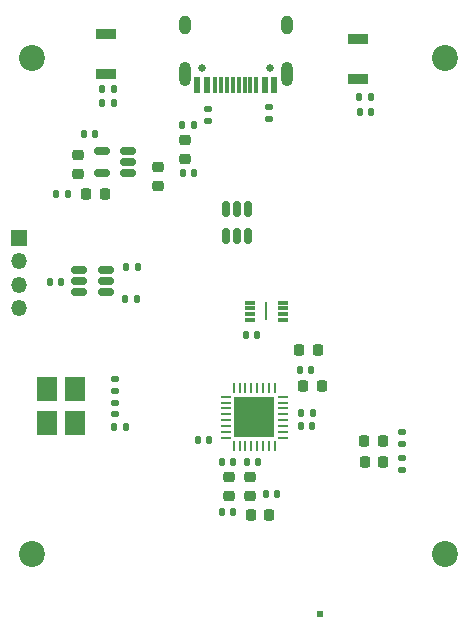
<source format=gbr>
%TF.GenerationSoftware,KiCad,Pcbnew,(6.0.7-1)-1*%
%TF.CreationDate,2023-05-14T20:29:57-05:00*%
%TF.ProjectId,ESP32-C3,45535033-322d-4433-932e-6b696361645f,1.0*%
%TF.SameCoordinates,Original*%
%TF.FileFunction,Soldermask,Top*%
%TF.FilePolarity,Negative*%
%FSLAX46Y46*%
G04 Gerber Fmt 4.6, Leading zero omitted, Abs format (unit mm)*
G04 Created by KiCad (PCBNEW (6.0.7-1)-1) date 2023-05-14 20:29:57*
%MOMM*%
%LPD*%
G01*
G04 APERTURE LIST*
G04 Aperture macros list*
%AMRoundRect*
0 Rectangle with rounded corners*
0 $1 Rounding radius*
0 $2 $3 $4 $5 $6 $7 $8 $9 X,Y pos of 4 corners*
0 Add a 4 corners polygon primitive as box body*
4,1,4,$2,$3,$4,$5,$6,$7,$8,$9,$2,$3,0*
0 Add four circle primitives for the rounded corners*
1,1,$1+$1,$2,$3*
1,1,$1+$1,$4,$5*
1,1,$1+$1,$6,$7*
1,1,$1+$1,$8,$9*
0 Add four rect primitives between the rounded corners*
20,1,$1+$1,$2,$3,$4,$5,0*
20,1,$1+$1,$4,$5,$6,$7,0*
20,1,$1+$1,$6,$7,$8,$9,0*
20,1,$1+$1,$8,$9,$2,$3,0*%
G04 Aperture macros list end*
%ADD10R,0.630000X0.500000*%
%ADD11C,2.200000*%
%ADD12RoundRect,0.140000X0.140000X0.170000X-0.140000X0.170000X-0.140000X-0.170000X0.140000X-0.170000X0*%
%ADD13RoundRect,0.135000X0.135000X0.185000X-0.135000X0.185000X-0.135000X-0.185000X0.135000X-0.185000X0*%
%ADD14RoundRect,0.135000X-0.135000X-0.185000X0.135000X-0.185000X0.135000X0.185000X-0.135000X0.185000X0*%
%ADD15RoundRect,0.225000X0.225000X0.250000X-0.225000X0.250000X-0.225000X-0.250000X0.225000X-0.250000X0*%
%ADD16RoundRect,0.135000X0.185000X-0.135000X0.185000X0.135000X-0.185000X0.135000X-0.185000X-0.135000X0*%
%ADD17RoundRect,0.140000X-0.140000X-0.170000X0.140000X-0.170000X0.140000X0.170000X-0.140000X0.170000X0*%
%ADD18RoundRect,0.225000X0.250000X-0.225000X0.250000X0.225000X-0.250000X0.225000X-0.250000X-0.225000X0*%
%ADD19R,0.900000X0.300000*%
%ADD20R,0.250000X1.650000*%
%ADD21RoundRect,0.150000X0.512500X0.150000X-0.512500X0.150000X-0.512500X-0.150000X0.512500X-0.150000X0*%
%ADD22RoundRect,0.218750X0.256250X-0.218750X0.256250X0.218750X-0.256250X0.218750X-0.256250X-0.218750X0*%
%ADD23RoundRect,0.218750X0.218750X0.256250X-0.218750X0.256250X-0.218750X-0.256250X0.218750X-0.256250X0*%
%ADD24R,1.350000X1.350000*%
%ADD25O,1.350000X1.350000*%
%ADD26RoundRect,0.135000X-0.185000X0.135000X-0.185000X-0.135000X0.185000X-0.135000X0.185000X0.135000X0*%
%ADD27C,0.650000*%
%ADD28R,0.600000X1.450000*%
%ADD29R,0.300000X1.450000*%
%ADD30O,1.000000X2.100000*%
%ADD31O,1.000000X1.600000*%
%ADD32R,1.700000X0.900000*%
%ADD33RoundRect,0.218750X-0.256250X0.218750X-0.256250X-0.218750X0.256250X-0.218750X0.256250X0.218750X0*%
%ADD34RoundRect,0.062500X0.062500X-0.375000X0.062500X0.375000X-0.062500X0.375000X-0.062500X-0.375000X0*%
%ADD35RoundRect,0.062500X0.375000X-0.062500X0.375000X0.062500X-0.375000X0.062500X-0.375000X-0.062500X0*%
%ADD36R,3.450000X3.450000*%
%ADD37RoundRect,0.218750X-0.218750X-0.256250X0.218750X-0.256250X0.218750X0.256250X-0.218750X0.256250X0*%
%ADD38RoundRect,0.140000X0.170000X-0.140000X0.170000X0.140000X-0.170000X0.140000X-0.170000X-0.140000X0*%
%ADD39RoundRect,0.140000X-0.170000X0.140000X-0.170000X-0.140000X0.170000X-0.140000X0.170000X0.140000X0*%
%ADD40R,1.800000X2.100000*%
%ADD41RoundRect,0.225000X-0.225000X-0.250000X0.225000X-0.250000X0.225000X0.250000X-0.225000X0.250000X0*%
%ADD42RoundRect,0.225000X-0.250000X0.225000X-0.250000X-0.225000X0.250000X-0.225000X0.250000X0.225000X0*%
%ADD43RoundRect,0.150000X0.150000X-0.512500X0.150000X0.512500X-0.150000X0.512500X-0.150000X-0.512500X0*%
G04 APERTURE END LIST*
D10*
%TO.C,ANT1*%
X155789735Y-113481922D03*
%TD*%
D11*
%TO.C,H4*%
X166367600Y-108392800D03*
%TD*%
D12*
%TO.C,C7*%
X138286400Y-70233200D03*
X137326400Y-70233200D03*
%TD*%
D13*
%TO.C,R5*%
X140377600Y-84142800D03*
X139357600Y-84142800D03*
%TD*%
D14*
%TO.C,R3*%
X137296400Y-69064800D03*
X138316400Y-69064800D03*
%TD*%
D15*
%TO.C,C14*%
X155548600Y-91162800D03*
X153998600Y-91162800D03*
%TD*%
D16*
%TO.C,R7*%
X162698400Y-99087600D03*
X162698400Y-98067600D03*
%TD*%
D11*
%TO.C,H1*%
X166367600Y-66392800D03*
%TD*%
D17*
%TO.C,C9*%
X149587600Y-100592800D03*
X150547600Y-100592800D03*
%TD*%
D18*
%TO.C,C15*%
X135235600Y-76189800D03*
X135235600Y-74639800D03*
%TD*%
D16*
%TO.C,R10*%
X146239200Y-71759200D03*
X146239200Y-70739200D03*
%TD*%
D19*
%TO.C,IC1*%
X152617600Y-88610800D03*
X152617600Y-88110800D03*
X152617600Y-87610800D03*
X152617600Y-87110800D03*
X149817600Y-87110800D03*
X149817600Y-87610800D03*
X149817600Y-88110800D03*
X149817600Y-88610800D03*
D20*
X151217600Y-87860800D03*
%TD*%
D13*
%TO.C,R1*%
X155160873Y-96428091D03*
X154140873Y-96428091D03*
%TD*%
D21*
%TO.C,U4*%
X139542600Y-76162800D03*
X139542600Y-75212800D03*
X139542600Y-74262800D03*
X137267600Y-74262800D03*
X137267600Y-76162800D03*
%TD*%
D22*
%TO.C,L3*%
X144359600Y-74932300D03*
X144359600Y-73357300D03*
%TD*%
D12*
%TO.C,C5*%
X146363600Y-98782800D03*
X145403600Y-98782800D03*
%TD*%
D23*
%TO.C,A*%
X161123600Y-100611600D03*
X159548600Y-100611600D03*
%TD*%
D17*
%TO.C,C19*%
X144133600Y-76176800D03*
X145093600Y-76176800D03*
%TD*%
D24*
%TO.C,J1*%
X130288000Y-81612400D03*
D25*
X130288000Y-83612400D03*
X130288000Y-85612400D03*
X130288000Y-87612400D03*
%TD*%
D26*
%TO.C,R6*%
X162698400Y-100304800D03*
X162698400Y-101324800D03*
%TD*%
D27*
%TO.C,J2*%
X151507600Y-67242800D03*
X145727600Y-67242800D03*
D28*
X151867600Y-68687800D03*
X151067600Y-68687800D03*
D29*
X149867600Y-68687800D03*
X148867600Y-68687800D03*
X148367600Y-68687800D03*
X147367600Y-68687800D03*
D28*
X146167600Y-68687800D03*
X145367600Y-68687800D03*
X145367600Y-68687800D03*
X146167600Y-68687800D03*
D29*
X146867600Y-68687800D03*
X147867600Y-68687800D03*
X149367600Y-68687800D03*
X150367600Y-68687800D03*
D28*
X151067600Y-68687800D03*
X151867600Y-68687800D03*
D30*
X144297600Y-67772800D03*
D31*
X144297600Y-63592800D03*
X152937600Y-63592800D03*
D30*
X152937600Y-67772800D03*
%TD*%
D12*
%TO.C,C16*%
X136739600Y-72874800D03*
X135779600Y-72874800D03*
%TD*%
D17*
%TO.C,C17*%
X149467600Y-89892800D03*
X150427600Y-89892800D03*
%TD*%
D21*
%TO.C,U1*%
X137651100Y-86245400D03*
X137651100Y-85295400D03*
X137651100Y-84345400D03*
X135376100Y-84345400D03*
X135376100Y-85295400D03*
X135376100Y-86245400D03*
%TD*%
D32*
%TO.C,SW2*%
X158990000Y-68174000D03*
X158990000Y-64774000D03*
%TD*%
D33*
%TO.C,L1*%
X149867600Y-101892800D03*
X149867600Y-103467800D03*
%TD*%
D34*
%TO.C,U2*%
X148449000Y-99264500D03*
X148949000Y-99264500D03*
X149449000Y-99264500D03*
X149949000Y-99264500D03*
X150449000Y-99264500D03*
X150949000Y-99264500D03*
X151449000Y-99264500D03*
X151949000Y-99264500D03*
D35*
X152636500Y-98577000D03*
X152636500Y-98077000D03*
X152636500Y-97577000D03*
X152636500Y-97077000D03*
X152636500Y-96577000D03*
X152636500Y-96077000D03*
X152636500Y-95577000D03*
X152636500Y-95077000D03*
D34*
X151949000Y-94389500D03*
X151449000Y-94389500D03*
X150949000Y-94389500D03*
X150449000Y-94389500D03*
X149949000Y-94389500D03*
X149449000Y-94389500D03*
X148949000Y-94389500D03*
X148449000Y-94389500D03*
D35*
X147761500Y-95077000D03*
X147761500Y-95577000D03*
X147761500Y-96077000D03*
X147761500Y-96577000D03*
X147761500Y-97077000D03*
X147761500Y-97577000D03*
X147761500Y-98077000D03*
X147761500Y-98577000D03*
D36*
X150199000Y-96827000D03*
%TD*%
D17*
%TO.C,C21*%
X159119600Y-70944400D03*
X160079600Y-70944400D03*
%TD*%
D14*
%TO.C,R2*%
X138312400Y-97665200D03*
X139332400Y-97665200D03*
%TD*%
D17*
%TO.C,C10*%
X151187600Y-103354800D03*
X152147600Y-103354800D03*
%TD*%
D16*
%TO.C,R11*%
X151420800Y-70536000D03*
X151420800Y-71556000D03*
%TD*%
D33*
%TO.C,L2*%
X148065400Y-101907000D03*
X148065400Y-103482000D03*
%TD*%
D32*
%TO.C,SW1*%
X137654000Y-64367600D03*
X137654000Y-67767600D03*
%TD*%
D37*
%TO.C,D3*%
X135952100Y-77954800D03*
X137527100Y-77954800D03*
%TD*%
D14*
%TO.C,R4*%
X139277600Y-86844800D03*
X140297600Y-86844800D03*
%TD*%
%TO.C,R8*%
X159087600Y-69725200D03*
X160107600Y-69725200D03*
%TD*%
D38*
%TO.C,C6*%
X138367600Y-94563800D03*
X138367600Y-93603800D03*
%TD*%
D39*
%TO.C,C4*%
X138365200Y-95585000D03*
X138365200Y-96545000D03*
%TD*%
D12*
%TO.C,C13*%
X148395600Y-104828000D03*
X147435600Y-104828000D03*
%TD*%
%TO.C,C11*%
X148393000Y-100637000D03*
X147433000Y-100637000D03*
%TD*%
D17*
%TO.C,C2*%
X154137600Y-97563600D03*
X155097600Y-97563600D03*
%TD*%
D12*
%TO.C,C8*%
X133847600Y-85392800D03*
X132887600Y-85392800D03*
%TD*%
D17*
%TO.C,C20*%
X144105600Y-72112800D03*
X145065600Y-72112800D03*
%TD*%
D11*
%TO.C,H3*%
X131367600Y-108392800D03*
%TD*%
D23*
%TO.C,B*%
X161098300Y-98833600D03*
X159523300Y-98833600D03*
%TD*%
D11*
%TO.C,H2*%
X131367600Y-66392800D03*
%TD*%
D40*
%TO.C,Crystal1*%
X134975600Y-97292800D03*
X134975600Y-94392800D03*
X132675600Y-94392800D03*
X132675600Y-97292800D03*
%TD*%
D41*
%TO.C,C1*%
X155892600Y-94142800D03*
X154342600Y-94142800D03*
%TD*%
D42*
%TO.C,C18*%
X142073600Y-75655800D03*
X142073600Y-77205800D03*
%TD*%
D41*
%TO.C,C12*%
X149892600Y-105092800D03*
X151442600Y-105092800D03*
%TD*%
D13*
%TO.C,R9*%
X134453600Y-77954800D03*
X133433600Y-77954800D03*
%TD*%
D17*
%TO.C,C3*%
X154039600Y-92788400D03*
X154999600Y-92788400D03*
%TD*%
D43*
%TO.C,U3*%
X147793600Y-81499800D03*
X148743600Y-81499800D03*
X149693600Y-81499800D03*
X149693600Y-79224800D03*
X148743600Y-79224800D03*
X147793600Y-79224800D03*
%TD*%
M02*

</source>
